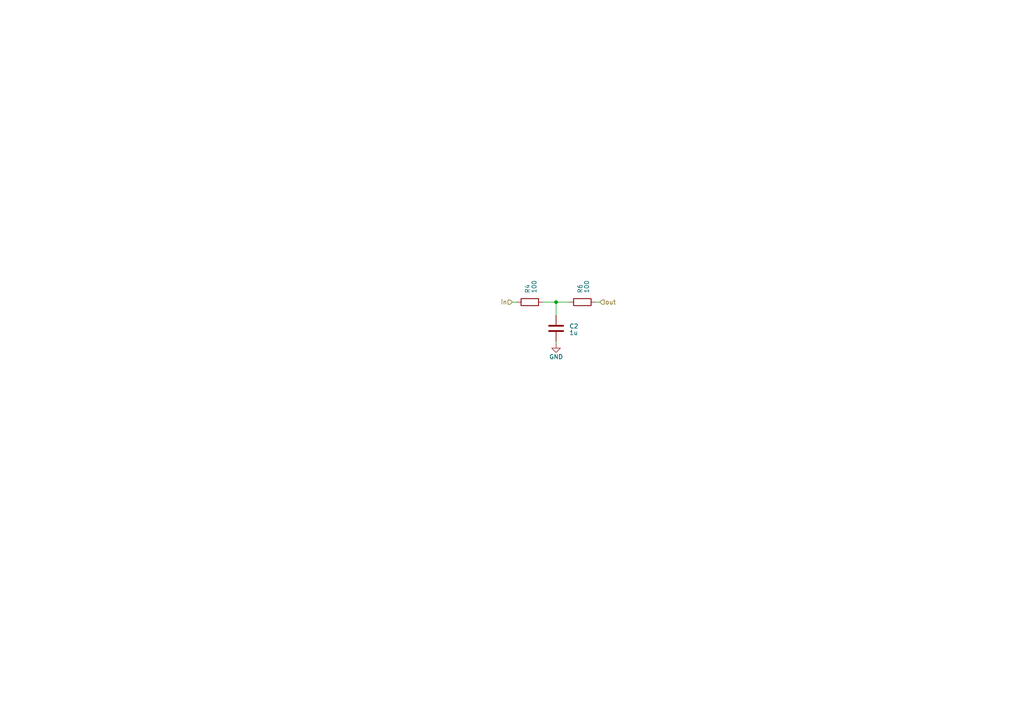
<source format=kicad_sch>
(kicad_sch (version 20220104) (generator eeschema)
  (paper "A4")
  (lib_symbols
    (symbol "Device:C" (pin_numbers hide) (pin_names (offset 0.254))
      (property "Reference" "C" (at 0.635 2.54 0))
      (property "Value" "C" (at 0.635 -2.54 0))
      (symbol "C_0_1"
        (polyline (pts (xy -2.032 -0.762) (xy 2.032 -0.762)) (stroke (width 0.508)))
        (polyline (pts (xy -2.032 0.762) (xy 2.032 0.762)) (stroke (width 0.508)))
      )
      (symbol "C_1_1"
        (pin passive line (at 0 3.81 270) (length 2.794) (name "~") (number "1"))
        (pin passive line (at 0 -3.81 90) (length 2.794) (name "~") (number "2"))
      )
    )
    (symbol "Device:R" (pin_numbers hide) (pin_names (offset 0))
      (property "Reference" "R" (at 2.032 0 90))
      (property "Value" "R" (at 0 0 90))
      (symbol "R_0_1"
        (rectangle (start -1.016 -2.54) (end 1.016 2.54) (stroke (width 0.254)))
      )
      (symbol "R_1_1"
        (pin passive line (at 0 3.81 270) (length 1.27) (name "~") (number "1"))
        (pin passive line (at 0 -3.81 90) (length 1.27) (name "~") (number "2"))
      )
    )
    (symbol "power:GND" (power) (pin_names (offset 0))
      (property "Value" "GND" (at 0 -3.81 0))
      (symbol "GND_0_1"
        (polyline (pts (xy 0 0) (xy 0 -1.27) (xy 1.27 -1.27) (xy 0 -2.54) (xy -1.27 -1.27) (xy 0 -1.27)))
      )
      (symbol "GND_1_1"
        (pin power_in line (at 0 0 270) (length 0) hide (name "GND") (number "1"))
      )
    )
  )
  (junction (at 161.29 87.63))
  (wire (pts (xy 148.59 87.63) (xy 149.86 87.63)))
  (wire (pts (xy 157.48 87.63) (xy 161.29 87.63)))
  (wire (pts (xy 161.29 99.695) (xy 161.29 99.06)))
  (wire (pts (xy 161.29 91.44) (xy 161.29 87.63)))
  (wire (pts (xy 172.72 87.63) (xy 173.99 87.63)))
  (wire (pts (xy 165.1 87.63) (xy 161.29 87.63)))
  (hierarchical_label "in" (shape input) (at 148.59 87.63 180))
  (hierarchical_label "out" (shape input) (at 173.99 87.63 0))
  (symbol (lib_id "Device:C") (at 161.29 95.25 0) (unit 1)
    (property "Reference" "C2" (at 165.1 94.615 0) (effects (justify left)))
    (property "Value" "1u" (at 165.1 96.52 0) (effects (justify left)))
  )
  (symbol (lib_id "power:GND") (at 161.29 99.695 0) (unit 1)
    (property "Reference" "#PWR05" (effects hide))
    (property "Value" "GND" (at 161.29 103.505 0))
  )
  (symbol (lib_id "Device:R") (at 168.91 87.63 90) (unit 1)
    (property "Reference" "R6" (at 168.275 85.09 0) (effects (justify left)))
    (property "Value" "100" (at 170.18 85.09 0) (effects (justify left)))
  )
  (symbol (lib_id "Device:R") (at 153.67 87.63 90) (unit 1)
    (property "Reference" "R4" (at 153.035 85.09 0) (effects (justify left)))
    (property "Value" "100" (at 154.94 85.09 0) (effects (justify left)))
  )
)
</source>
